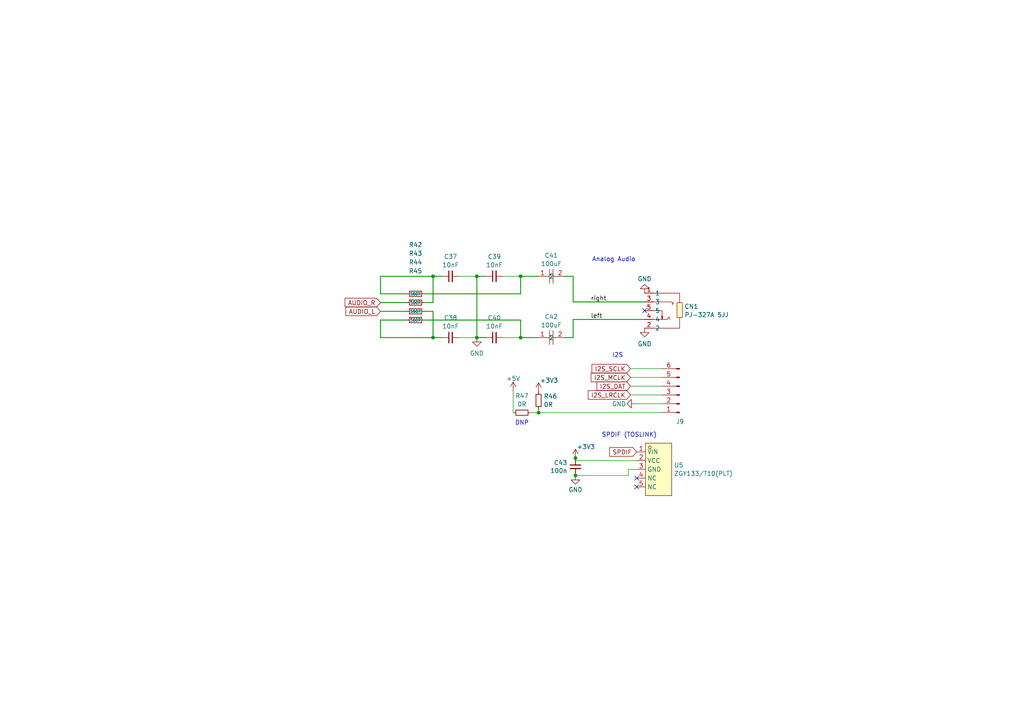
<source format=kicad_sch>
(kicad_sch (version 20230121) (generator eeschema)
  (paper "A4")
  (lib_symbols
    (symbol "CL31A107MQHNNNE_1"
      (property "Reference" "C" (at 0 5.08 0))
      (property "Value" "CL31A107MQHNNNE" (at 0 -5.08 0))
      (symbol "CL31A107MQHNNNE_1_0_1"
        (polyline (pts (xy -1.27 0) (xy -0.51 0)))
        (polyline (pts (xy -0.51 2.03) (xy -0.51 -2.03)))
        (polyline (pts (xy 0.51 0) (xy 1.27 0)))
        (polyline (pts (xy 0.51 2.03) (xy 0.51 -2.03)))
      )
      (symbol "CL31A107MQHNNNE_1_1_1"
        (pin passive line (at -3.81 0 0) (length 2.54) (name "1") (number "1"))
        (pin passive line (at 3.81 0 180) (length 2.54) (name "2") (number "2"))
      )
    )
    (symbol "Connector:Conn_01x06_Male" (pin_names (offset 1.016) hide)
      (property "Reference" "J" (at 0 7.62 0))
      (property "Value" "Conn_01x06_Male" (at 0 -10.16 0))
      (symbol "Conn_01x06_Male_1_1"
        (polyline (pts (xy 1.27 -7.62) (xy 0.8636 -7.62)) (stroke (width 0.1524)))
        (polyline (pts (xy 1.27 -5.08) (xy 0.8636 -5.08)) (stroke (width 0.1524)))
        (polyline (pts (xy 1.27 -2.54) (xy 0.8636 -2.54)) (stroke (width 0.1524)))
        (polyline (pts (xy 1.27 0) (xy 0.8636 0)) (stroke (width 0.1524)))
        (polyline (pts (xy 1.27 2.54) (xy 0.8636 2.54)) (stroke (width 0.1524)))
        (polyline (pts (xy 1.27 5.08) (xy 0.8636 5.08)) (stroke (width 0.1524)))
        (rectangle (start 0.8636 -7.493) (end 0 -7.747) (stroke (width 0.1524)) (fill (type outline)))
        (rectangle (start 0.8636 -4.953) (end 0 -5.207) (stroke (width 0.1524)) (fill (type outline)))
        (rectangle (start 0.8636 -2.413) (end 0 -2.667) (stroke (width 0.1524)) (fill (type outline)))
        (rectangle (start 0.8636 0.127) (end 0 -0.127) (stroke (width 0.1524)) (fill (type outline)))
        (rectangle (start 0.8636 2.667) (end 0 2.413) (stroke (width 0.1524)) (fill (type outline)))
        (rectangle (start 0.8636 5.207) (end 0 4.953) (stroke (width 0.1524)) (fill (type outline)))
        (pin passive line (at 5.08 5.08 180) (length 3.81) (name "Pin_1") (number "1"))
        (pin passive line (at 5.08 2.54 180) (length 3.81) (name "Pin_2") (number "2"))
        (pin passive line (at 5.08 0 180) (length 3.81) (name "Pin_3") (number "3"))
        (pin passive line (at 5.08 -2.54 180) (length 3.81) (name "Pin_4") (number "4"))
        (pin passive line (at 5.08 -5.08 180) (length 3.81) (name "Pin_5") (number "5"))
        (pin passive line (at 5.08 -7.62 180) (length 3.81) (name "Pin_6") (number "6"))
      )
    )
    (symbol "Device:C_Small" (pin_numbers hide) (pin_names (offset 0.254) hide)
      (property "Reference" "C" (at 0.254 1.778 0))
      (property "Value" "C_Small" (at 0.254 -2.032 0))
      (symbol "C_Small_0_1"
        (polyline (pts (xy -1.524 -0.508) (xy 1.524 -0.508)) (stroke (width 0.3302)))
        (polyline (pts (xy -1.524 0.508) (xy 1.524 0.508)) (stroke (width 0.3048)))
      )
      (symbol "C_Small_1_1"
        (pin passive line (at 0 2.54 270) (length 2.032) (name "~") (number "1"))
        (pin passive line (at 0 -2.54 90) (length 2.032) (name "~") (number "2"))
      )
    )
    (symbol "easyeda2kicad:CL31A107MQHNNNE"
      (property "Reference" "C" (at 0 5.08 0))
      (property "Value" "CL31A107MQHNNNE" (at 0 -5.08 0))
      (symbol "CL31A107MQHNNNE_0_1"
        (polyline (pts (xy -1.27 0) (xy -0.51 0)))
        (polyline (pts (xy -0.51 2.03) (xy -0.51 -2.03)))
        (polyline (pts (xy 0.51 0) (xy 1.27 0)))
        (polyline (pts (xy 0.51 2.03) (xy 0.51 -2.03)))
      )
      (symbol "CL31A107MQHNNNE_1_1"
        (pin passive line (at -3.81 0 0) (length 2.54) (name "1") (number "1"))
        (pin passive line (at 3.81 0 180) (length 2.54) (name "2") (number "2"))
      )
    )
    (symbol "easyeda2kicad:PJ-327A5JJ"
      (property "Reference" "CN" (at 0 10.16 0))
      (property "Value" "PJ-327A 5JJ" (at 0 -10.16 0))
      (symbol "PJ-327A5JJ_0_1"
        (rectangle (start -5.84 2.29) (end -4.32 -2.03) (fill (type background)))
        (polyline (pts (xy 0 -2.54) (xy -0.25 -1.52)))
        (polyline (pts (xy -5.08 2.29) (xy -5.08 5.08) (xy 2.54 5.08)))
        (polyline (pts (xy 2.54 -5.08) (xy -5.08 -5.08) (xy -5.08 -3.81) (xy -5.08 -2.03)))
        (polyline (pts (xy 2.54 -2.54) (xy -1.52 -2.54) (xy -2.03 -1.78) (xy -2.29 -2.54)))
        (polyline (pts (xy 2.54 0) (xy 0 0) (xy 0 -2.54) (xy 0.25 -1.52)))
        (polyline (pts (xy 2.54 2.54) (xy -2.79 2.54) (xy -3.05 1.78) (xy -3.3 2.54)))
        (pin unspecified line (at 5.08 5.08 180) (length 2.54) (name "1") (number "1"))
        (pin unspecified line (at 5.08 -5.08 180) (length 2.54) (name "2") (number "2"))
        (pin unspecified line (at 5.08 2.54 180) (length 2.54) (name "3") (number "3"))
        (pin unspecified line (at 5.08 -2.54 180) (length 2.54) (name "4") (number "4"))
        (pin unspecified line (at 5.08 0 180) (length 2.54) (name "5") (number "5"))
      )
    )
    (symbol "easyeda2kicad:ZGY133_T10(PLT)"
      (property "Reference" "J" (at 0 10.16 0))
      (property "Value" "ZGY133/T10(PLT)" (at 0 -10.16 0))
      (symbol "ZGY133_T10(PLT)_0_1"
        (rectangle (start -3.81 7.62) (end 3.81 -7.62) (fill (type background)))
        (circle (center -2.54 6.35) (radius 0.38))
        (pin unspecified line (at -6.35 5.08 0) (length 2.54) (name "VIN") (number "1"))
        (pin unspecified line (at -6.35 2.54 0) (length 2.54) (name "VCC") (number "2"))
        (pin unspecified line (at -6.35 0 0) (length 2.54) (name "GND") (number "3"))
        (pin unspecified line (at -6.35 -2.54 0) (length 2.54) (name "NC") (number "4"))
        (pin unspecified line (at -6.35 -5.08 0) (length 2.54) (name "NC") (number "5"))
      )
    )
    (symbol "jlcpcb-basic-mlcc-0402:10nF" (pin_numbers hide) (pin_names (offset 0.254) hide)
      (property "Reference" "C" (at 0.635 2.54 0))
      (property "Value" "10nF" (at 0.635 -2.54 0))
      (symbol "10nF_0_1"
        (polyline (pts (xy -1.524 -0.508) (xy 1.524 -0.508)) (stroke (width 0.3302)))
        (polyline (pts (xy -1.524 0.508) (xy 1.524 0.508)) (stroke (width 0.3048)))
      )
      (symbol "10nF_1_1"
        (pin passive line (at 0 2.54 270) (length 2.032) (name "~") (number "1"))
        (pin passive line (at 0 -2.54 90) (length 2.032) (name "~") (number "2"))
      )
    )
    (symbol "jlcpcb-basic-resistor-0402:0R" (pin_numbers hide) (pin_names (offset 1.016) hide)
      (property "Reference" "R" (at 2.032 0 90))
      (property "Value" "0R" (at 0 0 90))
      (symbol "0R_0_1"
        (rectangle (start -0.762 1.778) (end 0.762 -1.778) (stroke (width 0.2032)))
      )
      (symbol "0R_1_1"
        (pin passive line (at 0 2.54 270) (length 0.762) (name "~") (number "1"))
        (pin passive line (at 0 -2.54 90) (length 0.762) (name "~") (number "2"))
      )
    )
    (symbol "jlcpcb-basic-resistor-0603:560R" (pin_numbers hide) (pin_names (offset 1.016) hide)
      (property "Reference" "R" (at 2.032 0 90))
      (property "Value" "560R" (at 0 0 90))
      (symbol "560R_0_1"
        (rectangle (start -0.762 1.778) (end 0.762 -1.778) (stroke (width 0.2032)))
      )
      (symbol "560R_1_1"
        (pin passive line (at 0 2.54 270) (length 0.762) (name "~") (number "1"))
        (pin passive line (at 0 -2.54 90) (length 0.762) (name "~") (number "2"))
      )
    )
    (symbol "power:+3V3" (power) (pin_names (offset 0))
      (property "Value" "+3V3" (at 0 3.556 0))
      (symbol "+3V3_0_1"
        (polyline (pts (xy -0.762 1.27) (xy 0 2.54)))
        (polyline (pts (xy 0 0) (xy 0 2.54)))
        (polyline (pts (xy 0 2.54) (xy 0.762 1.27)))
      )
      (symbol "+3V3_1_1"
        (pin power_in line (at 0 0 90) (length 0) hide (name "+3V3") (number "1"))
      )
    )
    (symbol "power:+5V" (power) (pin_names (offset 0))
      (property "Value" "+5V" (at 0 3.556 0))
      (symbol "+5V_0_1"
        (polyline (pts (xy -0.762 1.27) (xy 0 2.54)))
        (polyline (pts (xy 0 0) (xy 0 2.54)))
        (polyline (pts (xy 0 2.54) (xy 0.762 1.27)))
      )
      (symbol "+5V_1_1"
        (pin power_in line (at 0 0 90) (length 0) hide (name "+5V") (number "1"))
      )
    )
    (symbol "power:GND" (power) (pin_names (offset 0))
      (property "Value" "GND" (at 0 -3.81 0))
      (symbol "GND_0_1"
        (polyline (pts (xy 0 0) (xy 0 -1.27) (xy 1.27 -1.27) (xy 0 -2.54) (xy -1.27 -1.27) (xy 0 -1.27)))
      )
      (symbol "GND_1_1"
        (pin power_in line (at 0 0 270) (length 0) hide (name "GND") (number "1"))
      )
    )
  )
  (junction (at 138.303 80.137))
  (junction (at 151.003 97.917))
  (junction (at 156.21 119.6987))
  (junction (at 166.9034 137.922))
  (junction (at 151.003 80.137))
  (junction (at 125.603 97.917))
  (junction (at 125.603 80.137))
  (junction (at 166.9034 132.842))
  (junction (at 138.303 97.917))
  (no_connect (at 186.9575 90.1079))
  (no_connect (at 184.6834 141.224))
  (no_connect (at 184.6834 138.684))
  (wire (pts (xy 166.243 80.137) (xy 166.243 87.5679)) (stroke (width 0.254)))
  (wire (pts (xy 166.9034 133.604) (xy 166.9034 132.842)))
  (wire (pts (xy 133.223 97.917) (xy 138.303 97.917)))
  (wire (pts (xy 110.363 80.137) (xy 110.363 85.217)) (stroke (width 0.254)))
  (wire (pts (xy 184.6834 133.604) (xy 166.9034 133.604)))
  (wire (pts (xy 133.223 80.137) (xy 138.303 80.137)))
  (wire (pts (xy 110.363 97.917) (xy 110.363 92.837)) (stroke (width 0.254)))
  (wire (pts (xy 138.303 80.137) (xy 140.843 80.137)) (stroke (width 0.254)))
  (wire (pts (xy 156.21 119.6987) (xy 192.024 119.6987)))
  (wire (pts (xy 110.363 90.297) (xy 117.983 90.297)) (stroke (width 0.254)))
  (wire (pts (xy 151.003 97.917) (xy 156.083 97.917)) (stroke (width 0.254)))
  (wire (pts (xy 156.083 80.137) (xy 151.003 80.137)) (stroke (width 0.254)))
  (wire (pts (xy 125.603 80.137) (xy 110.363 80.137)) (stroke (width 0.254)))
  (wire (pts (xy 125.603 97.917) (xy 128.143 97.917)) (stroke (width 0.254)))
  (wire (pts (xy 138.303 97.917) (xy 140.843 97.917)) (stroke (width 0.254)))
  (wire (pts (xy 123.063 85.217) (xy 151.003 85.217)) (stroke (width 0.254)))
  (wire (pts (xy 110.363 92.837) (xy 117.983 92.837)) (stroke (width 0.254)))
  (wire (pts (xy 184.6834 136.144) (xy 182.245 136.144)))
  (wire (pts (xy 186.9575 92.6479) (xy 166.243 92.6479)) (stroke (width 0.254)))
  (wire (pts (xy 182.245 136.144) (xy 182.245 137.922)))
  (wire (pts (xy 192.024 117.094) (xy 184.404 117.094)))
  (wire (pts (xy 145.923 80.137) (xy 151.003 80.137)))
  (wire (pts (xy 153.924 119.6987) (xy 156.21 119.6987)))
  (wire (pts (xy 182.88 106.934) (xy 192.024 106.934)))
  (wire (pts (xy 163.703 80.137) (xy 166.243 80.137)) (stroke (width 0.254)))
  (wire (pts (xy 138.303 80.137) (xy 138.303 97.917)) (stroke (width 0.254)))
  (wire (pts (xy 166.243 92.6479) (xy 166.243 97.917)) (stroke (width 0.254)))
  (wire (pts (xy 123.063 87.757) (xy 125.603 87.757)) (stroke (width 0.254)))
  (wire (pts (xy 182.245 137.922) (xy 166.9034 137.922)))
  (wire (pts (xy 156.21 118.6827) (xy 156.21 119.6987)))
  (wire (pts (xy 110.363 85.217) (xy 117.983 85.217)) (stroke (width 0.254)))
  (wire (pts (xy 145.923 97.917) (xy 151.003 97.917)))
  (wire (pts (xy 151.003 92.837) (xy 151.003 97.917)) (stroke (width 0.254)))
  (wire (pts (xy 182.88 109.474) (xy 192.024 109.474)))
  (wire (pts (xy 125.603 80.137) (xy 128.143 80.137)) (stroke (width 0.254)))
  (wire (pts (xy 125.603 87.757) (xy 125.603 80.137)) (stroke (width 0.254)))
  (wire (pts (xy 110.363 87.757) (xy 117.983 87.757)) (stroke (width 0.254)))
  (wire (pts (xy 151.003 85.217) (xy 151.003 80.137)) (stroke (width 0.254)))
  (wire (pts (xy 125.603 97.917) (xy 110.363 97.917)) (stroke (width 0.254)))
  (wire (pts (xy 182.88 112.014) (xy 192.024 112.014)))
  (wire (pts (xy 166.243 97.917) (xy 163.703 97.917)) (stroke (width 0.254)))
  (wire (pts (xy 192.024 119.6987) (xy 192.024 119.634)))
  (wire (pts (xy 182.88 114.554) (xy 192.024 114.554)))
  (wire (pts (xy 123.063 92.837) (xy 151.003 92.837)) (stroke (width 0.254)))
  (wire (pts (xy 148.844 119.6987) (xy 148.844 113.3487)))
  (wire (pts (xy 166.243 87.5679) (xy 186.9575 87.5679)) (stroke (width 0.254)))
  (wire (pts (xy 125.603 90.297) (xy 125.603 97.917)) (stroke (width 0.254)))
  (wire (pts (xy 123.063 90.297) (xy 125.603 90.297)) (stroke (width 0.254)))
  (text "I2S" (at 177.546 103.886 0) (effects (font (size 1.27 1.27)) (justify left bottom)))
  (text "SPDIF (TOSLINK)" (at 174.498 127 0) (effects (font (size 1.27 1.27)) (justify left bottom)))
  (text "DNP" (at 149.352 123.5087 0) (effects (font (size 1.27 1.27)) (justify left bottom)))
  (text "Analog Audio" (at 171.704 76.073 0) (effects (font (size 1.27 1.27)) (justify left bottom)))
  (label "left" (at 171.323 92.6479 180))
  (label "right" (at 171.323 87.5679 180))
  (global_label "I2S_LRCLK" (shape input) (at 182.88 114.554 180) (property "Intersheetrefs" "${INTERSHEET_REFS}" (at 170.0372 114.554 0) (effects (justify right))))
  (global_label "AUDIO_R" (shape input) (at 110.363 87.757 180) (property "Intersheetrefs" "${INTERSHEET_REFS}" (at 99.4207 87.757 0) (effects (justify right))))
  (global_label "I2S_DAT" (shape input) (at 182.88 112.014 180) (property "Intersheetrefs" "${INTERSHEET_REFS}" (at 172.5772 112.014 0) (effects (justify right))))
  (global_label "I2S_MCLK" (shape input) (at 182.88 109.474 180) (property "Intersheetrefs" "${INTERSHEET_REFS}" (at 170.8839 109.474 0) (effects (justify right))))
  (global_label "AUDIO_L" (shape input) (at 110.363 90.297 180) (property "Intersheetrefs" "${INTERSHEET_REFS}" (at 99.6626 90.297 0) (effects (justify right))))
  (global_label "I2S_SCLK" (shape input) (at 182.88 106.934 180) (property "Intersheetrefs" "${INTERSHEET_REFS}" (at 171.1258 106.934 0) (effects (justify right))))
  (global_label "SPDIF" (shape input) (at 184.6834 131.064 180) (property "Intersheetrefs" "${INTERSHEET_REFS}" (at 176.1602 131.064 0) (effects (justify right))))
  (symbol (lib_id "jlcpcb-basic-mlcc-0402:10nF") (at 143.383 80.137 90) (unit 1)
    (property "Reference" "C39" (at 143.3893 74.4306 90))
    (property "Value" "10nF" (at 143.3893 76.8548 90))
    (property "Footprint" "C_0402_1005Metric" (effects hide))
    (property "Datasheet" "https://datasheet.lcsc.com/szlcsc/Samsung-Electro-Mechanics-CL05B103KB5NNNC_C15195.pdf" (effects hide))
    (property "LCSC" "C15195" (effects hide))
  )
  (symbol (lib_id "Device:C_Small") (at 166.9034 135.382 0) (mirror y) (unit 1)
    (property "Reference" "C43" (at 164.5666 134.2136 0) (effects (justify left)))
    (property "Value" "100n" (at 164.5666 136.525 0) (effects (justify left)))
    (property "Footprint" "Capacitor_SMD:C_0603_1608Metric" (effects hide))
    (property "LCSC" "C14663" (effects hide))
  )
  (symbol (lib_name "CL31A107MQHNNNE_1") (lib_id "easyeda2kicad:CL31A107MQHNNNE") (at 159.893 97.917 0) (unit 1)
    (property "Reference" "C42" (at 159.893 91.8697 0))
    (property "Value" "100uF" (at 159.893 94.2939 0))
    (property "Footprint" "easyeda2kicad:C1206" (effects hide))
    (property "Datasheet" "https://lcsc.com/product-detail/Multilayer-Ceramic-Capacitors-MLCC-SMD-SMT_SAMSUNG_CL31A107MQHNNNE_100uF-107-20-6-3V_C15008.html" (effects hide))
    (property "LCSC Part" "C15008" (effects hide))
  )
  (symbol (lib_id "power:+3V3") (at 156.21 113.6027 0) (unit 1)
    (property "Reference" "#PWR0141" (effects hide))
    (property "Value" "+3V3" (at 156.591 110.3515 0) (effects (justify left)))
  )
  (symbol (lib_id "easyeda2kicad:PJ-327A5JJ") (at 192.0375 90.1079 0) (mirror y) (unit 1)
    (property "Reference" "CN1" (at 198.5125 88.8958 0) (effects (justify right)))
    (property "Value" "PJ-327A 5JJ" (at 198.5125 91.32 0) (effects (justify right)))
    (property "Footprint" "easyeda2kicad:AUDIO-SMD_PJ-327A5JJ" (effects hide))
    (property "Datasheet" "https://lcsc.com/product-detail/Audio-Video-Connectors_SHOU-HAN-PJ-327A-5JJ_C668605.html" (effects hide))
    (property "LCSC Part" "C668605" (effects hide))
  )
  (symbol (lib_id "power:GND") (at 186.9575 85.0279 180) (unit 1)
    (property "Reference" "#PWR0139" (effects hide))
    (property "Value" "GND" (at 186.9575 80.8948 0))
  )
  (symbol (lib_id "Connector:Conn_01x06_Male") (at 197.104 114.554 180) (unit 1)
    (property "Reference" "J9" (at 197.231 122.301 0))
    (property "Value" "Conn_01x06_Male" (effects hide))
    (property "Footprint" "Connector_PinSocket_2.54mm:PinSocket_1x06_P2.54mm_Horizontal" (effects hide))
  )
  (symbol (lib_id "jlcpcb-basic-resistor-0603:560R") (at 120.523 92.837 90) (unit 1)
    (property "Reference" "R45" (at 120.523 78.613 90))
    (property "Value" "560R" (at 120.523 92.837 90) (effects (font (size 0.8 0.8))))
    (property "Footprint" "R_0603_1608Metric" (effects hide))
    (property "Datasheet" "https://datasheet.lcsc.com/szlcsc/Uniroyal-Elec-0603WAF5600T5E_C23204.pdf" (effects hide))
    (property "LCSC" "C23204" (effects hide))
  )
  (symbol (lib_id "power:+3V3") (at 166.9034 132.842 0) (unit 1)
    (property "Reference" "#PWR0135" (effects hide))
    (property "Value" "+3V3" (at 167.2844 129.5908 0) (effects (justify left)))
  )
  (symbol (lib_id "power:GND") (at 186.9575 95.1879 0) (unit 1)
    (property "Reference" "#PWR0140" (effects hide))
    (property "Value" "GND" (at 186.9575 99.7505 0))
  )
  (symbol (lib_id "easyeda2kicad:ZGY133_T10(PLT)") (at 191.0334 136.144 0) (unit 1)
    (property "Reference" "U5" (at 195.4784 134.9319 0) (effects (justify left)))
    (property "Value" "ZGY133/T10(PLT)" (at 195.4784 137.3561 0) (effects (justify left)))
    (property "Footprint" "easyeda2kicad:COMM-TH_ZGY133-T10-PLT" (effects hide))
    (property "Datasheet" "https://lcsc.com/product-detail/Others_Chau-Light-ZGY133-T10-PLT_C277782.html" (effects hide))
    (property "LCSC Part" "C277782" (effects hide))
  )
  (symbol (lib_id "jlcpcb-basic-resistor-0603:560R") (at 120.523 85.217 90) (unit 1)
    (property "Reference" "R42" (at 120.523 70.993 90))
    (property "Value" "560R" (at 120.523 85.217 90) (effects (font (size 0.8 0.8))))
    (property "Footprint" "R_0603_1608Metric" (effects hide))
    (property "Datasheet" "https://datasheet.lcsc.com/szlcsc/Uniroyal-Elec-0603WAF5600T5E_C23204.pdf" (effects hide))
    (property "LCSC" "C23204" (effects hide))
  )
  (symbol (lib_id "jlcpcb-basic-resistor-0402:0R") (at 151.384 119.6987 270) (unit 1)
    (property "Reference" "R47" (at 151.384 114.8178 90))
    (property "Value" "0R" (at 151.384 117.242 90))
    (property "Footprint" "R_0402_1005Metric" (effects hide))
    (property "Datasheet" "https://datasheet.lcsc.com/szlcsc/Uniroyal-Elec-0402WGF0000TCE_C17168.pdf" (effects hide))
  )
  (symbol (lib_id "jlcpcb-basic-mlcc-0402:10nF") (at 143.383 97.917 90) (unit 1)
    (property "Reference" "C40" (at 143.3893 92.2106 90))
    (property "Value" "10nF" (at 143.3893 94.6348 90))
    (property "Footprint" "C_0402_1005Metric" (effects hide))
    (property "Datasheet" "https://datasheet.lcsc.com/szlcsc/Samsung-Electro-Mechanics-CL05B103KB5NNNC_C15195.pdf" (effects hide))
    (property "LCSC" "C15195" (effects hide))
  )
  (symbol (lib_id "jlcpcb-basic-resistor-0603:560R") (at 120.523 90.297 90) (unit 1)
    (property "Reference" "R44" (at 120.523 76.073 90))
    (property "Value" "560R" (at 120.523 90.297 90) (effects (font (size 0.8 0.8))))
    (property "Footprint" "R_0603_1608Metric" (effects hide))
    (property "Datasheet" "https://datasheet.lcsc.com/szlcsc/Uniroyal-Elec-0603WAF5600T5E_C23204.pdf" (effects hide))
    (property "LCSC" "C23204" (effects hide))
  )
  (symbol (lib_id "jlcpcb-basic-mlcc-0402:10nF") (at 130.683 97.917 90) (unit 1)
    (property "Reference" "C38" (at 130.6893 92.2106 90))
    (property "Value" "10nF" (at 130.6893 94.6348 90))
    (property "Footprint" "C_0402_1005Metric" (effects hide))
    (property "Datasheet" "https://datasheet.lcsc.com/szlcsc/Samsung-Electro-Mechanics-CL05B103KB5NNNC_C15195.pdf" (effects hide))
    (property "LCSC" "C15195" (effects hide))
  )
  (symbol (lib_id "power:+5V") (at 148.844 113.3487 0) (mirror y) (unit 1)
    (property "Reference" "#PWR0142" (effects hide))
    (property "Value" "+5V" (at 148.844 109.7927 0))
  )
  (symbol (lib_id "jlcpcb-basic-resistor-0402:0R") (at 156.21 116.1427 0) (unit 1)
    (property "Reference" "R46" (at 157.7086 114.9306 0) (effects (justify left)))
    (property "Value" "0R" (at 157.7086 117.3548 0) (effects (justify left)))
    (property "Footprint" "R_0402_1005Metric" (effects hide))
    (property "Datasheet" "https://datasheet.lcsc.com/szlcsc/Uniroyal-Elec-0402WGF0000TCE_C17168.pdf" (effects hide))
    (property "LCSC" "C17168" (effects hide))
  )
  (symbol (lib_id "jlcpcb-basic-resistor-0603:560R") (at 120.523 87.757 90) (unit 1)
    (property "Reference" "R43" (at 120.523 73.533 90))
    (property "Value" "560R" (at 120.523 87.757 90) (effects (font (size 0.8 0.8))))
    (property "Footprint" "R_0603_1608Metric" (effects hide))
    (property "Datasheet" "https://datasheet.lcsc.com/szlcsc/Uniroyal-Elec-0603WAF5600T5E_C23204.pdf" (effects hide))
    (property "LCSC" "C23204" (effects hide))
  )
  (symbol (lib_id "easyeda2kicad:CL31A107MQHNNNE") (at 159.893 80.137 0) (unit 1)
    (property "Reference" "C41" (at 159.893 74.0897 0))
    (property "Value" "100uF" (at 159.893 76.5139 0))
    (property "Footprint" "easyeda2kicad:C1206" (effects hide))
    (property "Datasheet" "https://lcsc.com/product-detail/Multilayer-Ceramic-Capacitors-MLCC-SMD-SMT_SAMSUNG_CL31A107MQHNNNE_100uF-107-20-6-3V_C15008.html" (effects hide))
    (property "LCSC Part" "C15008" (effects hide))
  )
  (symbol (lib_id "power:GND") (at 184.404 117.094 270) (mirror x) (unit 1)
    (property "Reference" "#PWR0137" (effects hide))
    (property "Value" "GND" (at 181.5982 117.1697 90) (effects (justify right)))
  )
  (symbol (lib_id "jlcpcb-basic-mlcc-0402:10nF") (at 130.683 80.137 90) (unit 1)
    (property "Reference" "C37" (at 130.6893 74.4306 90))
    (property "Value" "10nF" (at 130.6893 76.8548 90))
    (property "Footprint" "C_0402_1005Metric" (effects hide))
    (property "Datasheet" "https://datasheet.lcsc.com/szlcsc/Samsung-Electro-Mechanics-CL05B103KB5NNNC_C15195.pdf" (effects hide))
    (property "LCSC" "C15195" (effects hide))
  )
  (symbol (lib_id "power:GND") (at 166.9034 137.922 0) (unit 1)
    (property "Reference" "#PWR0136" (effects hide))
    (property "Value" "GND" (at 166.9034 142.0551 0))
  )
  (symbol (lib_id "power:GND") (at 138.303 97.917 0) (unit 1)
    (property "Reference" "#PWR0134" (effects hide))
    (property "Value" "GND" (at 138.303 102.4796 0))
  )
)
</source>
